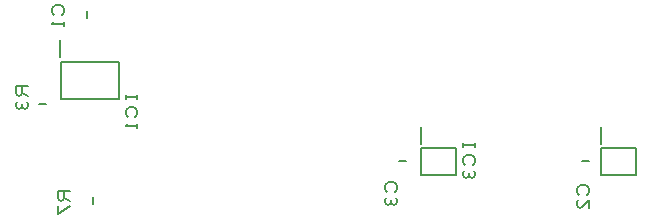
<source format=gbo>
G04 EasyPC Gerber Version 21.0.3 Build 4286 *
%FSLAX35Y35*%
%MOIN*%
%ADD11C,0.00500*%
%ADD75C,0.00787*%
X0Y0D02*
D02*
D11*
X137463Y102750D02*
X133713D01*
Y100563*
X134025Y99937*
X134650Y99625*
X135275Y99937*
X135587Y100563*
Y102750*
Y100563D02*
X137463Y99625D01*
X137150Y97437D02*
X137463Y96813D01*
Y96187*
X137150Y95563*
X136525Y95250*
X135900Y95563*
X135587Y96187*
Y96813*
Y96187D02*
X135275Y95563D01*
X134650Y95250*
X134025Y95563*
X133713Y96187*
Y96813*
X134025Y97437*
X148837Y126625D02*
X149150Y126937D01*
X149463Y127563*
Y128500*
X149150Y129125*
X148837Y129437*
X148213Y129750*
X146963*
X146337Y129437*
X146025Y129125*
X145713Y128500*
Y127563*
X146025Y126937*
X146337Y126625*
X149463Y124125D02*
Y122875D01*
Y123500D02*
X145713D01*
X146337Y124125*
X151463Y67750D02*
X147713D01*
Y65563*
X148025Y64937*
X148650Y64625*
X149275Y64937*
X149587Y65563*
Y67750*
Y65563D02*
X151463Y64625D01*
Y62750D02*
X147713Y60250D01*
Y62750*
X173963Y99813D02*
Y98563D01*
Y99187D02*
X170213D01*
Y99813D02*
Y98563D01*
X173337Y92625D02*
X173650Y92937D01*
X173963Y93563*
Y94500*
X173650Y95125*
X173337Y95437*
X172713Y95750*
X171463*
X170837Y95437*
X170525Y95125*
X170213Y94500*
Y93563*
X170525Y92937*
X170837Y92625*
X173963Y90125D02*
Y88875D01*
Y89500D02*
X170213D01*
X170837Y90125*
X259837Y67625D02*
X260150Y67937D01*
X260463Y68563*
Y69500*
X260150Y70125*
X259837Y70437*
X259213Y70750*
X257963*
X257337Y70437*
X257025Y70125*
X256713Y69500*
Y68563*
X257025Y67937*
X257337Y67625*
X260150Y65437D02*
X260463Y64813D01*
Y64187*
X260150Y63563*
X259525Y63250*
X258900Y63563*
X258587Y64187*
Y64813*
Y64187D02*
X258275Y63563D01*
X257650Y63250*
X257025Y63563*
X256713Y64187*
Y64813*
X257025Y65437*
X286463Y83813D02*
Y82563D01*
Y83187D02*
X282713D01*
Y83813D02*
Y82563D01*
X285837Y76625D02*
X286150Y76937D01*
X286463Y77563*
Y78500*
X286150Y79125*
X285837Y79437*
X285213Y79750*
X283963*
X283337Y79437*
X283025Y79125*
X282713Y78500*
Y77563*
X283025Y76937*
X283337Y76625*
X286150Y74437D02*
X286463Y73813D01*
Y73187*
X286150Y72563*
X285525Y72250*
X284900Y72563*
X284587Y73187*
Y73813*
Y73187D02*
X284275Y72563D01*
X283650Y72250*
X283025Y72563*
X282713Y73187*
Y73813*
X283025Y74437*
X323837Y66625D02*
X324150Y66937D01*
X324463Y67563*
Y68500*
X324150Y69125*
X323837Y69437*
X323213Y69750*
X321963*
X321337Y69437*
X321025Y69125*
X320713Y68500*
Y67563*
X321025Y66937*
X321337Y66625*
X324463Y62250D02*
Y64750D01*
X322275Y62563*
X321650Y62250*
X321025Y62563*
X320713Y63187*
Y64125*
X321025Y64750*
D02*
D75*
X141219Y96750D02*
X143581D01*
X148243Y118333D02*
Y112427D01*
X148754Y111049D02*
Y98451D01*
X168046*
Y111049*
X148754*
X157400Y125569D02*
Y127931D01*
X159400Y63569D02*
Y65931D01*
X263581Y77750D02*
X261219D01*
X268494Y82278D02*
Y73222D01*
X280306*
Y82278*
X268494*
Y89167D02*
Y83656D01*
X324581Y77750D02*
X322219D01*
X328494Y82278D02*
Y73222D01*
X340306*
Y82278*
X328494*
Y89167D02*
Y83656D01*
X0Y0D02*
M02*

</source>
